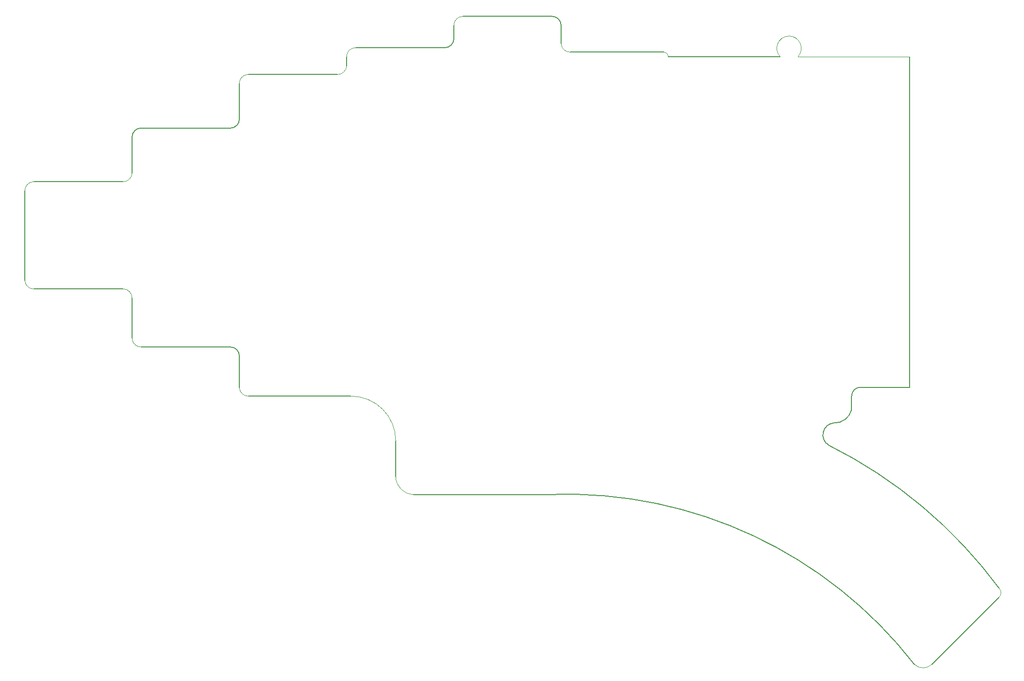
<source format=gbr>
%TF.GenerationSoftware,KiCad,Pcbnew,(6.0.10)*%
%TF.CreationDate,2023-04-21T22:00:42+03:00*%
%TF.ProjectId,blaster,626c6173-7465-4722-9e6b-696361645f70,v1.0.0*%
%TF.SameCoordinates,Original*%
%TF.FileFunction,Profile,NP*%
%FSLAX46Y46*%
G04 Gerber Fmt 4.6, Leading zero omitted, Abs format (unit mm)*
G04 Created by KiCad (PCBNEW (6.0.10)) date 2023-04-21 22:00:42*
%MOMM*%
%LPD*%
G01*
G04 APERTURE LIST*
%TA.AperFunction,Profile*%
%ADD10C,0.150000*%
%TD*%
%TA.AperFunction,Profile*%
%ADD11C,0.100000*%
%TD*%
%TA.AperFunction,Profile*%
%ADD12C,0.200000*%
%TD*%
G04 APERTURE END LIST*
D10*
X260350000Y-155575000D02*
G75*
G03*
X258762500Y-157162500I0J-1587500D01*
G01*
X111918750Y-136525000D02*
X111918750Y-120650000D01*
D11*
X130968700Y-139700000D02*
G75*
G03*
X129381250Y-138112500I-1587500J0D01*
G01*
D10*
X169068750Y-98425000D02*
X169068750Y-96837500D01*
X113506250Y-119062500D02*
X129381250Y-119062500D01*
D11*
X189706250Y-89693750D02*
G75*
G03*
X188118750Y-91281250I50J-1587550D01*
G01*
X111918800Y-136525000D02*
G75*
G03*
X113506250Y-138112500I1587500J0D01*
G01*
D10*
X151606250Y-100012500D02*
X167481250Y-100012500D01*
X132556250Y-109537450D02*
G75*
G03*
X130968750Y-111125000I50J-1587550D01*
G01*
D11*
X284956250Y-192881250D02*
G75*
G03*
X284956250Y-191293750I-793750J793750D01*
G01*
D10*
X186531250Y-95250050D02*
G75*
G03*
X188118750Y-93662500I-50J1587550D01*
G01*
D11*
X130968750Y-146843750D02*
G75*
G03*
X132556250Y-148431250I1587550J50D01*
G01*
X249237500Y-96837500D02*
G75*
G03*
X246062500Y-96837500I-1587500J1480743D01*
G01*
X226218750Y-96837500D02*
G75*
G03*
X225425000Y-96043750I-793750J0D01*
G01*
D10*
X208756250Y-96043750D02*
X225425000Y-96043750D01*
D11*
X129381250Y-119062550D02*
G75*
G03*
X130968750Y-117475000I-50J1587550D01*
G01*
D10*
X255587499Y-161925019D02*
G75*
G03*
X258762500Y-159543750I141801J3118219D01*
G01*
X226218750Y-96837500D02*
X246062500Y-96837500D01*
D11*
X177800000Y-165100000D02*
G75*
G03*
X169862500Y-157162500I-7937500J0D01*
G01*
D10*
X132556250Y-148431250D02*
X148431250Y-148431250D01*
D12*
X269875000Y-204787500D02*
G75*
G03*
X205581250Y-174625000I-61720220J-47956670D01*
G01*
D11*
X113506250Y-119062450D02*
G75*
G03*
X111918750Y-120650000I50J-1587550D01*
G01*
D10*
X180975000Y-174625000D02*
X205581250Y-174625000D01*
D11*
X207168750Y-94456250D02*
G75*
G03*
X208756250Y-96043750I1587550J50D01*
G01*
D10*
X130968750Y-146843750D02*
X130968750Y-139700000D01*
D11*
X150018800Y-155575000D02*
G75*
G03*
X151606250Y-157162500I1587500J0D01*
G01*
D10*
X150018750Y-155575000D02*
X150018750Y-150018750D01*
X189706250Y-89693750D02*
X205581250Y-89693750D01*
D12*
X284956257Y-191293745D02*
G75*
G03*
X254726888Y-165893750I-67964457J-50198255D01*
G01*
D10*
X207168750Y-94456250D02*
X207168750Y-91281250D01*
D11*
X269875000Y-204787500D02*
G75*
G03*
X273050000Y-204787500I1587500J1587500D01*
G01*
D10*
X170656250Y-95250000D02*
X186531250Y-95250000D01*
X258762500Y-159543750D02*
X258762500Y-157162500D01*
X260350000Y-155575000D02*
X269081250Y-155575000D01*
D11*
X167481250Y-100012550D02*
G75*
G03*
X169068750Y-98425000I-50J1587550D01*
G01*
D10*
X150018750Y-150018750D02*
G75*
G03*
X148431250Y-148431250I-1587550J-50D01*
G01*
X130968750Y-117475000D02*
X130968750Y-111125000D01*
X150018750Y-107950000D02*
X150018750Y-101600000D01*
X148431250Y-109537550D02*
G75*
G03*
X150018750Y-107950000I-50J1587550D01*
G01*
D11*
X170656250Y-95249950D02*
G75*
G03*
X169068750Y-96837500I50J-1587550D01*
G01*
X269081250Y-96837500D02*
X249237500Y-96837500D01*
D10*
X113506250Y-138112500D02*
X129381250Y-138112500D01*
X177800000Y-171450000D02*
X177800000Y-165100000D01*
X207168750Y-91281250D02*
G75*
G03*
X205581250Y-89693750I-1587550J-50D01*
G01*
X269081250Y-155575000D02*
X269081250Y-96837500D01*
X151606250Y-157162500D02*
X169862500Y-157162500D01*
X273050000Y-204787500D02*
X284956250Y-192881250D01*
X188118750Y-93662500D02*
X188118750Y-91281250D01*
X255587492Y-161924921D02*
G75*
G03*
X254726888Y-165893750I214708J-2124279D01*
G01*
D11*
X151606250Y-100012450D02*
G75*
G03*
X150018750Y-101600000I50J-1587550D01*
G01*
D10*
X132556250Y-109537500D02*
X148431250Y-109537500D01*
D11*
X177800000Y-171450000D02*
G75*
G03*
X180975000Y-174625000I3175000J0D01*
G01*
M02*

</source>
